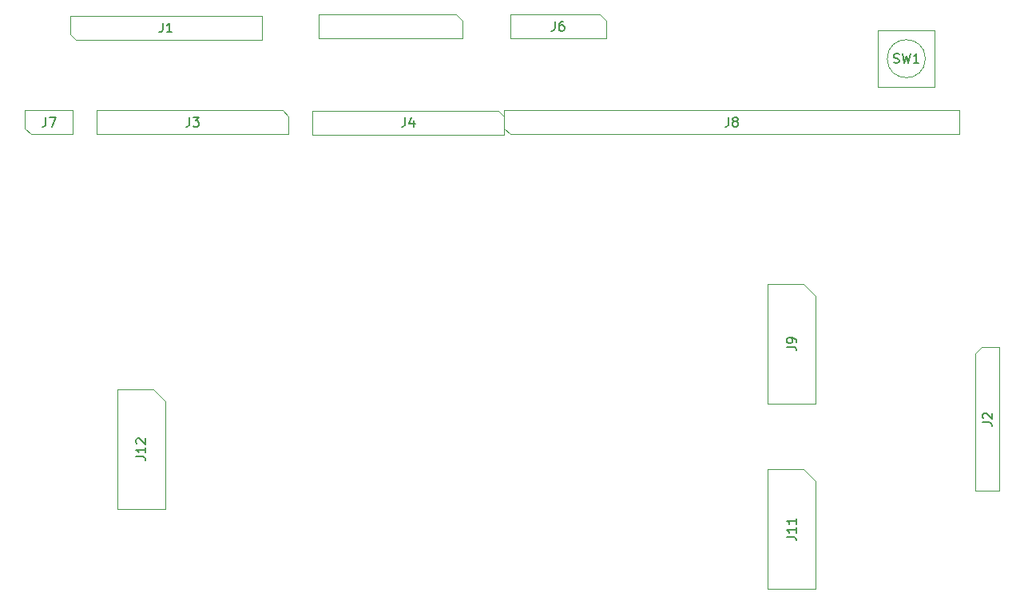
<source format=gbr>
G04 #@! TF.GenerationSoftware,KiCad,Pcbnew,7.0.9*
G04 #@! TF.CreationDate,2024-04-03T05:00:36-05:00*
G04 #@! TF.ProjectId,Tester - Entrex Front Panel,54657374-6572-4202-9d20-456e74726578,rev?*
G04 #@! TF.SameCoordinates,Original*
G04 #@! TF.FileFunction,AssemblyDrawing,Top*
%FSLAX46Y46*%
G04 Gerber Fmt 4.6, Leading zero omitted, Abs format (unit mm)*
G04 Created by KiCad (PCBNEW 7.0.9) date 2024-04-03 05:00:36*
%MOMM*%
%LPD*%
G01*
G04 APERTURE LIST*
%ADD10C,0.150000*%
%ADD11C,0.100000*%
G04 APERTURE END LIST*
D10*
X91732666Y-54710819D02*
X91732666Y-55425104D01*
X91732666Y-55425104D02*
X91685047Y-55567961D01*
X91685047Y-55567961D02*
X91589809Y-55663200D01*
X91589809Y-55663200D02*
X91446952Y-55710819D01*
X91446952Y-55710819D02*
X91351714Y-55710819D01*
X92637428Y-55044152D02*
X92637428Y-55710819D01*
X92399333Y-54663200D02*
X92161238Y-55377485D01*
X92161238Y-55377485D02*
X92780285Y-55377485D01*
X68872666Y-54700819D02*
X68872666Y-55415104D01*
X68872666Y-55415104D02*
X68825047Y-55557961D01*
X68825047Y-55557961D02*
X68729809Y-55653200D01*
X68729809Y-55653200D02*
X68586952Y-55700819D01*
X68586952Y-55700819D02*
X68491714Y-55700819D01*
X69253619Y-54700819D02*
X69872666Y-54700819D01*
X69872666Y-54700819D02*
X69539333Y-55081771D01*
X69539333Y-55081771D02*
X69682190Y-55081771D01*
X69682190Y-55081771D02*
X69777428Y-55129390D01*
X69777428Y-55129390D02*
X69825047Y-55177009D01*
X69825047Y-55177009D02*
X69872666Y-55272247D01*
X69872666Y-55272247D02*
X69872666Y-55510342D01*
X69872666Y-55510342D02*
X69825047Y-55605580D01*
X69825047Y-55605580D02*
X69777428Y-55653200D01*
X69777428Y-55653200D02*
X69682190Y-55700819D01*
X69682190Y-55700819D02*
X69396476Y-55700819D01*
X69396476Y-55700819D02*
X69301238Y-55653200D01*
X69301238Y-55653200D02*
X69253619Y-55605580D01*
X107616666Y-44539819D02*
X107616666Y-45254104D01*
X107616666Y-45254104D02*
X107569047Y-45396961D01*
X107569047Y-45396961D02*
X107473809Y-45492200D01*
X107473809Y-45492200D02*
X107330952Y-45539819D01*
X107330952Y-45539819D02*
X107235714Y-45539819D01*
X108521428Y-44539819D02*
X108330952Y-44539819D01*
X108330952Y-44539819D02*
X108235714Y-44587438D01*
X108235714Y-44587438D02*
X108188095Y-44635057D01*
X108188095Y-44635057D02*
X108092857Y-44777914D01*
X108092857Y-44777914D02*
X108045238Y-44968390D01*
X108045238Y-44968390D02*
X108045238Y-45349342D01*
X108045238Y-45349342D02*
X108092857Y-45444580D01*
X108092857Y-45444580D02*
X108140476Y-45492200D01*
X108140476Y-45492200D02*
X108235714Y-45539819D01*
X108235714Y-45539819D02*
X108426190Y-45539819D01*
X108426190Y-45539819D02*
X108521428Y-45492200D01*
X108521428Y-45492200D02*
X108569047Y-45444580D01*
X108569047Y-45444580D02*
X108616666Y-45349342D01*
X108616666Y-45349342D02*
X108616666Y-45111247D01*
X108616666Y-45111247D02*
X108569047Y-45016009D01*
X108569047Y-45016009D02*
X108521428Y-44968390D01*
X108521428Y-44968390D02*
X108426190Y-44920771D01*
X108426190Y-44920771D02*
X108235714Y-44920771D01*
X108235714Y-44920771D02*
X108140476Y-44968390D01*
X108140476Y-44968390D02*
X108092857Y-45016009D01*
X108092857Y-45016009D02*
X108045238Y-45111247D01*
X143524667Y-48893200D02*
X143667524Y-48940819D01*
X143667524Y-48940819D02*
X143905619Y-48940819D01*
X143905619Y-48940819D02*
X144000857Y-48893200D01*
X144000857Y-48893200D02*
X144048476Y-48845580D01*
X144048476Y-48845580D02*
X144096095Y-48750342D01*
X144096095Y-48750342D02*
X144096095Y-48655104D01*
X144096095Y-48655104D02*
X144048476Y-48559866D01*
X144048476Y-48559866D02*
X144000857Y-48512247D01*
X144000857Y-48512247D02*
X143905619Y-48464628D01*
X143905619Y-48464628D02*
X143715143Y-48417009D01*
X143715143Y-48417009D02*
X143619905Y-48369390D01*
X143619905Y-48369390D02*
X143572286Y-48321771D01*
X143572286Y-48321771D02*
X143524667Y-48226533D01*
X143524667Y-48226533D02*
X143524667Y-48131295D01*
X143524667Y-48131295D02*
X143572286Y-48036057D01*
X143572286Y-48036057D02*
X143619905Y-47988438D01*
X143619905Y-47988438D02*
X143715143Y-47940819D01*
X143715143Y-47940819D02*
X143953238Y-47940819D01*
X143953238Y-47940819D02*
X144096095Y-47988438D01*
X144429429Y-47940819D02*
X144667524Y-48940819D01*
X144667524Y-48940819D02*
X144858000Y-48226533D01*
X144858000Y-48226533D02*
X145048476Y-48940819D01*
X145048476Y-48940819D02*
X145286572Y-47940819D01*
X146191333Y-48940819D02*
X145619905Y-48940819D01*
X145905619Y-48940819D02*
X145905619Y-47940819D01*
X145905619Y-47940819D02*
X145810381Y-48083676D01*
X145810381Y-48083676D02*
X145715143Y-48178914D01*
X145715143Y-48178914D02*
X145619905Y-48226533D01*
X53636666Y-54700819D02*
X53636666Y-55415104D01*
X53636666Y-55415104D02*
X53589047Y-55557961D01*
X53589047Y-55557961D02*
X53493809Y-55653200D01*
X53493809Y-55653200D02*
X53350952Y-55700819D01*
X53350952Y-55700819D02*
X53255714Y-55700819D01*
X54017619Y-54700819D02*
X54684285Y-54700819D01*
X54684285Y-54700819D02*
X54255714Y-55700819D01*
X126022666Y-54700819D02*
X126022666Y-55415104D01*
X126022666Y-55415104D02*
X125975047Y-55557961D01*
X125975047Y-55557961D02*
X125879809Y-55653200D01*
X125879809Y-55653200D02*
X125736952Y-55700819D01*
X125736952Y-55700819D02*
X125641714Y-55700819D01*
X126641714Y-55129390D02*
X126546476Y-55081771D01*
X126546476Y-55081771D02*
X126498857Y-55034152D01*
X126498857Y-55034152D02*
X126451238Y-54938914D01*
X126451238Y-54938914D02*
X126451238Y-54891295D01*
X126451238Y-54891295D02*
X126498857Y-54796057D01*
X126498857Y-54796057D02*
X126546476Y-54748438D01*
X126546476Y-54748438D02*
X126641714Y-54700819D01*
X126641714Y-54700819D02*
X126832190Y-54700819D01*
X126832190Y-54700819D02*
X126927428Y-54748438D01*
X126927428Y-54748438D02*
X126975047Y-54796057D01*
X126975047Y-54796057D02*
X127022666Y-54891295D01*
X127022666Y-54891295D02*
X127022666Y-54938914D01*
X127022666Y-54938914D02*
X126975047Y-55034152D01*
X126975047Y-55034152D02*
X126927428Y-55081771D01*
X126927428Y-55081771D02*
X126832190Y-55129390D01*
X126832190Y-55129390D02*
X126641714Y-55129390D01*
X126641714Y-55129390D02*
X126546476Y-55177009D01*
X126546476Y-55177009D02*
X126498857Y-55224628D01*
X126498857Y-55224628D02*
X126451238Y-55319866D01*
X126451238Y-55319866D02*
X126451238Y-55510342D01*
X126451238Y-55510342D02*
X126498857Y-55605580D01*
X126498857Y-55605580D02*
X126546476Y-55653200D01*
X126546476Y-55653200D02*
X126641714Y-55700819D01*
X126641714Y-55700819D02*
X126832190Y-55700819D01*
X126832190Y-55700819D02*
X126927428Y-55653200D01*
X126927428Y-55653200D02*
X126975047Y-55605580D01*
X126975047Y-55605580D02*
X127022666Y-55510342D01*
X127022666Y-55510342D02*
X127022666Y-55319866D01*
X127022666Y-55319866D02*
X126975047Y-55224628D01*
X126975047Y-55224628D02*
X126927428Y-55177009D01*
X126927428Y-55177009D02*
X126832190Y-55129390D01*
X152929819Y-87078333D02*
X153644104Y-87078333D01*
X153644104Y-87078333D02*
X153786961Y-87125952D01*
X153786961Y-87125952D02*
X153882200Y-87221190D01*
X153882200Y-87221190D02*
X153929819Y-87364047D01*
X153929819Y-87364047D02*
X153929819Y-87459285D01*
X153025057Y-86649761D02*
X152977438Y-86602142D01*
X152977438Y-86602142D02*
X152929819Y-86506904D01*
X152929819Y-86506904D02*
X152929819Y-86268809D01*
X152929819Y-86268809D02*
X152977438Y-86173571D01*
X152977438Y-86173571D02*
X153025057Y-86125952D01*
X153025057Y-86125952D02*
X153120295Y-86078333D01*
X153120295Y-86078333D02*
X153215533Y-86078333D01*
X153215533Y-86078333D02*
X153358390Y-86125952D01*
X153358390Y-86125952D02*
X153929819Y-86697380D01*
X153929819Y-86697380D02*
X153929819Y-86078333D01*
X66031666Y-44679819D02*
X66031666Y-45394104D01*
X66031666Y-45394104D02*
X65984047Y-45536961D01*
X65984047Y-45536961D02*
X65888809Y-45632200D01*
X65888809Y-45632200D02*
X65745952Y-45679819D01*
X65745952Y-45679819D02*
X65650714Y-45679819D01*
X67031666Y-45679819D02*
X66460238Y-45679819D01*
X66745952Y-45679819D02*
X66745952Y-44679819D01*
X66745952Y-44679819D02*
X66650714Y-44822676D01*
X66650714Y-44822676D02*
X66555476Y-44917914D01*
X66555476Y-44917914D02*
X66460238Y-44965533D01*
X63208819Y-90725523D02*
X63923104Y-90725523D01*
X63923104Y-90725523D02*
X64065961Y-90773142D01*
X64065961Y-90773142D02*
X64161200Y-90868380D01*
X64161200Y-90868380D02*
X64208819Y-91011237D01*
X64208819Y-91011237D02*
X64208819Y-91106475D01*
X64208819Y-89725523D02*
X64208819Y-90296951D01*
X64208819Y-90011237D02*
X63208819Y-90011237D01*
X63208819Y-90011237D02*
X63351676Y-90106475D01*
X63351676Y-90106475D02*
X63446914Y-90201713D01*
X63446914Y-90201713D02*
X63494533Y-90296951D01*
X63304057Y-89344570D02*
X63256438Y-89296951D01*
X63256438Y-89296951D02*
X63208819Y-89201713D01*
X63208819Y-89201713D02*
X63208819Y-88963618D01*
X63208819Y-88963618D02*
X63256438Y-88868380D01*
X63256438Y-88868380D02*
X63304057Y-88820761D01*
X63304057Y-88820761D02*
X63399295Y-88773142D01*
X63399295Y-88773142D02*
X63494533Y-88773142D01*
X63494533Y-88773142D02*
X63637390Y-88820761D01*
X63637390Y-88820761D02*
X64208819Y-89392189D01*
X64208819Y-89392189D02*
X64208819Y-88773142D01*
X132169819Y-79073333D02*
X132884104Y-79073333D01*
X132884104Y-79073333D02*
X133026961Y-79120952D01*
X133026961Y-79120952D02*
X133122200Y-79216190D01*
X133122200Y-79216190D02*
X133169819Y-79359047D01*
X133169819Y-79359047D02*
X133169819Y-79454285D01*
X133169819Y-78549523D02*
X133169819Y-78359047D01*
X133169819Y-78359047D02*
X133122200Y-78263809D01*
X133122200Y-78263809D02*
X133074580Y-78216190D01*
X133074580Y-78216190D02*
X132931723Y-78120952D01*
X132931723Y-78120952D02*
X132741247Y-78073333D01*
X132741247Y-78073333D02*
X132360295Y-78073333D01*
X132360295Y-78073333D02*
X132265057Y-78120952D01*
X132265057Y-78120952D02*
X132217438Y-78168571D01*
X132217438Y-78168571D02*
X132169819Y-78263809D01*
X132169819Y-78263809D02*
X132169819Y-78454285D01*
X132169819Y-78454285D02*
X132217438Y-78549523D01*
X132217438Y-78549523D02*
X132265057Y-78597142D01*
X132265057Y-78597142D02*
X132360295Y-78644761D01*
X132360295Y-78644761D02*
X132598390Y-78644761D01*
X132598390Y-78644761D02*
X132693628Y-78597142D01*
X132693628Y-78597142D02*
X132741247Y-78549523D01*
X132741247Y-78549523D02*
X132788866Y-78454285D01*
X132788866Y-78454285D02*
X132788866Y-78263809D01*
X132788866Y-78263809D02*
X132741247Y-78168571D01*
X132741247Y-78168571D02*
X132693628Y-78120952D01*
X132693628Y-78120952D02*
X132598390Y-78073333D01*
X132174819Y-99234523D02*
X132889104Y-99234523D01*
X132889104Y-99234523D02*
X133031961Y-99282142D01*
X133031961Y-99282142D02*
X133127200Y-99377380D01*
X133127200Y-99377380D02*
X133174819Y-99520237D01*
X133174819Y-99520237D02*
X133174819Y-99615475D01*
X133174819Y-98234523D02*
X133174819Y-98805951D01*
X133174819Y-98520237D02*
X132174819Y-98520237D01*
X132174819Y-98520237D02*
X132317676Y-98615475D01*
X132317676Y-98615475D02*
X132412914Y-98710713D01*
X132412914Y-98710713D02*
X132460533Y-98805951D01*
X133174819Y-97282142D02*
X133174819Y-97853570D01*
X133174819Y-97567856D02*
X132174819Y-97567856D01*
X132174819Y-97567856D02*
X132317676Y-97663094D01*
X132317676Y-97663094D02*
X132412914Y-97758332D01*
X132412914Y-97758332D02*
X132460533Y-97853570D01*
D11*
X101591000Y-53986000D02*
X102226000Y-54621000D01*
X81906000Y-53986000D02*
X101591000Y-53986000D01*
X102226000Y-54621000D02*
X102226000Y-56526000D01*
X102226000Y-56526000D02*
X81906000Y-56526000D01*
X81906000Y-56526000D02*
X81906000Y-53986000D01*
X78731000Y-53976000D02*
X79366000Y-54611000D01*
X59046000Y-53976000D02*
X78731000Y-53976000D01*
X79366000Y-54611000D02*
X79366000Y-56516000D01*
X79366000Y-56516000D02*
X59046000Y-56516000D01*
X59046000Y-56516000D02*
X59046000Y-53976000D01*
X97155000Y-43815000D02*
X97790000Y-44450000D01*
X82550000Y-43815000D02*
X97155000Y-43815000D01*
X97790000Y-44450000D02*
X97790000Y-46355000D01*
X97790000Y-46355000D02*
X82550000Y-46355000D01*
X82550000Y-46355000D02*
X82550000Y-43815000D01*
X112395000Y-43815000D02*
X113030000Y-44450000D01*
X102870000Y-43815000D02*
X112395000Y-43815000D01*
X113030000Y-44450000D02*
X113030000Y-46355000D01*
X113030000Y-46355000D02*
X102870000Y-46355000D01*
X102870000Y-46355000D02*
X102870000Y-43815000D01*
X147858000Y-51486000D02*
X144858000Y-51486000D01*
X147858000Y-45486000D02*
X147858000Y-51486000D01*
X144858000Y-51486000D02*
X141858000Y-51486000D01*
X141858000Y-51486000D02*
X141858000Y-45486000D01*
X141858000Y-45486000D02*
X147858000Y-45486000D01*
X146873564Y-48486000D02*
G75*
G03*
X146873564Y-48486000I-2015564J0D01*
G01*
X52065000Y-56516000D02*
X51430000Y-55881000D01*
X56510000Y-56516000D02*
X52065000Y-56516000D01*
X51430000Y-55881000D02*
X51430000Y-53976000D01*
X51430000Y-53976000D02*
X56510000Y-53976000D01*
X56510000Y-53976000D02*
X56510000Y-56516000D01*
X102861000Y-56516000D02*
X102226000Y-55881000D01*
X150486000Y-56516000D02*
X102861000Y-56516000D01*
X102226000Y-55881000D02*
X102226000Y-53976000D01*
X102226000Y-53976000D02*
X150486000Y-53976000D01*
X150486000Y-53976000D02*
X150486000Y-56516000D01*
X152205000Y-79760000D02*
X152840000Y-79125000D01*
X152205000Y-94365000D02*
X152205000Y-79760000D01*
X152840000Y-79125000D02*
X154745000Y-79125000D01*
X154745000Y-79125000D02*
X154745000Y-94365000D01*
X154745000Y-94365000D02*
X152205000Y-94365000D01*
X56840000Y-46495000D02*
X56205000Y-45860000D01*
X76525000Y-46495000D02*
X56840000Y-46495000D01*
X56205000Y-45860000D02*
X56205000Y-43955000D01*
X56205000Y-43955000D02*
X76525000Y-43955000D01*
X76525000Y-43955000D02*
X76525000Y-46495000D01*
X61214000Y-83566000D02*
X61214000Y-96266000D01*
X61214000Y-96266000D02*
X66294000Y-96266000D01*
X65024000Y-83566000D02*
X61214000Y-83566000D01*
X66294000Y-84836000D02*
X65024000Y-83566000D01*
X66294000Y-96266000D02*
X66294000Y-84836000D01*
X130175000Y-72390000D02*
X130175000Y-85090000D01*
X130175000Y-85090000D02*
X135255000Y-85090000D01*
X133985000Y-72390000D02*
X130175000Y-72390000D01*
X135255000Y-73660000D02*
X133985000Y-72390000D01*
X135255000Y-85090000D02*
X135255000Y-73660000D01*
X130180000Y-92075000D02*
X130180000Y-104775000D01*
X130180000Y-104775000D02*
X135260000Y-104775000D01*
X133990000Y-92075000D02*
X130180000Y-92075000D01*
X135260000Y-93345000D02*
X133990000Y-92075000D01*
X135260000Y-104775000D02*
X135260000Y-93345000D01*
M02*

</source>
